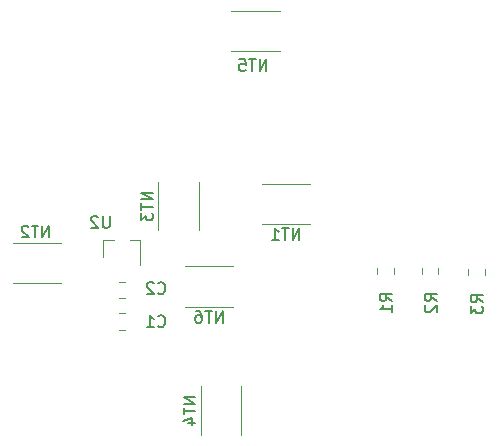
<source format=gbr>
G04 #@! TF.GenerationSoftware,KiCad,Pcbnew,5.0.2-bee76a0~70~ubuntu16.04.1*
G04 #@! TF.CreationDate,2019-02-13T18:04:47+01:00*
G04 #@! TF.ProjectId,NRF24_Shield_Uno,4e524632-345f-4536-9869-656c645f556e,rev?*
G04 #@! TF.SameCoordinates,Original*
G04 #@! TF.FileFunction,Legend,Bot*
G04 #@! TF.FilePolarity,Positive*
%FSLAX46Y46*%
G04 Gerber Fmt 4.6, Leading zero omitted, Abs format (unit mm)*
G04 Created by KiCad (PCBNEW 5.0.2-bee76a0~70~ubuntu16.04.1) date śro, 13 lut 2019, 18:04:47*
%MOMM*%
%LPD*%
G01*
G04 APERTURE LIST*
%ADD10C,0.120000*%
%ADD11C,0.150000*%
G04 APERTURE END LIST*
D10*
G04 #@! TO.C,NT6*
X152845936Y-103575000D02*
X156950064Y-103575000D01*
X152845936Y-100155000D02*
X156950064Y-100155000D01*
G04 #@! TO.C,NT5*
X160850064Y-78555000D02*
X156745936Y-78555000D01*
X160850064Y-81975000D02*
X156745936Y-81975000D01*
G04 #@! TO.C,NT4*
X157608000Y-110312936D02*
X157608000Y-114417064D01*
X154188000Y-110312936D02*
X154188000Y-114417064D01*
G04 #@! TO.C,NT3*
X150588000Y-93012936D02*
X150588000Y-97117064D01*
X154008000Y-93012936D02*
X154008000Y-97117064D01*
G04 #@! TO.C,NT2*
X138245936Y-101575000D02*
X142350064Y-101575000D01*
X138245936Y-98155000D02*
X142350064Y-98155000D01*
G04 #@! TO.C,NT1*
X159345936Y-96575000D02*
X163450064Y-96575000D01*
X159345936Y-93155000D02*
X163450064Y-93155000D01*
G04 #@! TO.C,C1*
X147276922Y-104155000D02*
X147794078Y-104155000D01*
X147276922Y-105575000D02*
X147794078Y-105575000D01*
G04 #@! TO.C,C2*
X147239422Y-102875000D02*
X147756578Y-102875000D01*
X147239422Y-101455000D02*
X147756578Y-101455000D01*
G04 #@! TO.C,U2*
X145918000Y-97905000D02*
X146848000Y-97905000D01*
X149078000Y-97905000D02*
X148148000Y-97905000D01*
X149078000Y-97905000D02*
X149078000Y-100065000D01*
X145918000Y-97905000D02*
X145918000Y-99365000D01*
G04 #@! TO.C,R2*
X174308000Y-100823578D02*
X174308000Y-100306422D01*
X172888000Y-100823578D02*
X172888000Y-100306422D01*
G04 #@! TO.C,R1*
X169088000Y-100823578D02*
X169088000Y-100306422D01*
X170508000Y-100823578D02*
X170508000Y-100306422D01*
G04 #@! TO.C,R3*
X178208000Y-100923578D02*
X178208000Y-100406422D01*
X176788000Y-100923578D02*
X176788000Y-100406422D01*
G04 #@! TO.C,NT6*
D11*
X156040857Y-104937380D02*
X156040857Y-103937380D01*
X155469428Y-104937380D01*
X155469428Y-103937380D01*
X155136095Y-103937380D02*
X154564666Y-103937380D01*
X154850380Y-104937380D02*
X154850380Y-103937380D01*
X153802761Y-103937380D02*
X153993238Y-103937380D01*
X154088476Y-103985000D01*
X154136095Y-104032619D01*
X154231333Y-104175476D01*
X154278952Y-104365952D01*
X154278952Y-104746904D01*
X154231333Y-104842142D01*
X154183714Y-104889761D01*
X154088476Y-104937380D01*
X153898000Y-104937380D01*
X153802761Y-104889761D01*
X153755142Y-104842142D01*
X153707523Y-104746904D01*
X153707523Y-104508809D01*
X153755142Y-104413571D01*
X153802761Y-104365952D01*
X153898000Y-104318333D01*
X154088476Y-104318333D01*
X154183714Y-104365952D01*
X154231333Y-104413571D01*
X154278952Y-104508809D01*
G04 #@! TO.C,NT5*
X159740857Y-83617380D02*
X159740857Y-82617380D01*
X159169428Y-83617380D01*
X159169428Y-82617380D01*
X158836095Y-82617380D02*
X158264666Y-82617380D01*
X158550380Y-83617380D02*
X158550380Y-82617380D01*
X157455142Y-82617380D02*
X157931333Y-82617380D01*
X157978952Y-83093571D01*
X157931333Y-83045952D01*
X157836095Y-82998333D01*
X157598000Y-82998333D01*
X157502761Y-83045952D01*
X157455142Y-83093571D01*
X157407523Y-83188809D01*
X157407523Y-83426904D01*
X157455142Y-83522142D01*
X157502761Y-83569761D01*
X157598000Y-83617380D01*
X157836095Y-83617380D01*
X157931333Y-83569761D01*
X157978952Y-83522142D01*
G04 #@! TO.C,NT4*
X153730380Y-111222142D02*
X152730380Y-111222142D01*
X153730380Y-111793571D01*
X152730380Y-111793571D01*
X152730380Y-112126904D02*
X152730380Y-112698333D01*
X153730380Y-112412619D02*
X152730380Y-112412619D01*
X153063714Y-113460238D02*
X153730380Y-113460238D01*
X152682761Y-113222142D02*
X153397047Y-112984047D01*
X153397047Y-113603095D01*
G04 #@! TO.C,NT3*
X150130380Y-93922142D02*
X149130380Y-93922142D01*
X150130380Y-94493571D01*
X149130380Y-94493571D01*
X149130380Y-94826904D02*
X149130380Y-95398333D01*
X150130380Y-95112619D02*
X149130380Y-95112619D01*
X149130380Y-95636428D02*
X149130380Y-96255476D01*
X149511333Y-95922142D01*
X149511333Y-96065000D01*
X149558952Y-96160238D01*
X149606571Y-96207857D01*
X149701809Y-96255476D01*
X149939904Y-96255476D01*
X150035142Y-96207857D01*
X150082761Y-96160238D01*
X150130380Y-96065000D01*
X150130380Y-95779285D01*
X150082761Y-95684047D01*
X150035142Y-95636428D01*
G04 #@! TO.C,NT2*
X141340857Y-97717380D02*
X141340857Y-96717380D01*
X140769428Y-97717380D01*
X140769428Y-96717380D01*
X140436095Y-96717380D02*
X139864666Y-96717380D01*
X140150380Y-97717380D02*
X140150380Y-96717380D01*
X139578952Y-96812619D02*
X139531333Y-96765000D01*
X139436095Y-96717380D01*
X139198000Y-96717380D01*
X139102761Y-96765000D01*
X139055142Y-96812619D01*
X139007523Y-96907857D01*
X139007523Y-97003095D01*
X139055142Y-97145952D01*
X139626571Y-97717380D01*
X139007523Y-97717380D01*
G04 #@! TO.C,NT1*
X162540857Y-97937380D02*
X162540857Y-96937380D01*
X161969428Y-97937380D01*
X161969428Y-96937380D01*
X161636095Y-96937380D02*
X161064666Y-96937380D01*
X161350380Y-97937380D02*
X161350380Y-96937380D01*
X160207523Y-97937380D02*
X160778952Y-97937380D01*
X160493238Y-97937380D02*
X160493238Y-96937380D01*
X160588476Y-97080238D01*
X160683714Y-97175476D01*
X160778952Y-97223095D01*
G04 #@! TO.C,C1*
X150564666Y-105222142D02*
X150612285Y-105269761D01*
X150755142Y-105317380D01*
X150850380Y-105317380D01*
X150993238Y-105269761D01*
X151088476Y-105174523D01*
X151136095Y-105079285D01*
X151183714Y-104888809D01*
X151183714Y-104745952D01*
X151136095Y-104555476D01*
X151088476Y-104460238D01*
X150993238Y-104365000D01*
X150850380Y-104317380D01*
X150755142Y-104317380D01*
X150612285Y-104365000D01*
X150564666Y-104412619D01*
X149612285Y-105317380D02*
X150183714Y-105317380D01*
X149898000Y-105317380D02*
X149898000Y-104317380D01*
X149993238Y-104460238D01*
X150088476Y-104555476D01*
X150183714Y-104603095D01*
G04 #@! TO.C,C2*
X150564666Y-102422142D02*
X150612285Y-102469761D01*
X150755142Y-102517380D01*
X150850380Y-102517380D01*
X150993238Y-102469761D01*
X151088476Y-102374523D01*
X151136095Y-102279285D01*
X151183714Y-102088809D01*
X151183714Y-101945952D01*
X151136095Y-101755476D01*
X151088476Y-101660238D01*
X150993238Y-101565000D01*
X150850380Y-101517380D01*
X150755142Y-101517380D01*
X150612285Y-101565000D01*
X150564666Y-101612619D01*
X150183714Y-101612619D02*
X150136095Y-101565000D01*
X150040857Y-101517380D01*
X149802761Y-101517380D01*
X149707523Y-101565000D01*
X149659904Y-101612619D01*
X149612285Y-101707857D01*
X149612285Y-101803095D01*
X149659904Y-101945952D01*
X150231333Y-102517380D01*
X149612285Y-102517380D01*
G04 #@! TO.C,U2*
X146459904Y-95917380D02*
X146459904Y-96726904D01*
X146412285Y-96822142D01*
X146364666Y-96869761D01*
X146269428Y-96917380D01*
X146078952Y-96917380D01*
X145983714Y-96869761D01*
X145936095Y-96822142D01*
X145888476Y-96726904D01*
X145888476Y-95917380D01*
X145459904Y-96012619D02*
X145412285Y-95965000D01*
X145317047Y-95917380D01*
X145078952Y-95917380D01*
X144983714Y-95965000D01*
X144936095Y-96012619D01*
X144888476Y-96107857D01*
X144888476Y-96203095D01*
X144936095Y-96345952D01*
X145507523Y-96917380D01*
X144888476Y-96917380D01*
G04 #@! TO.C,R2*
X174150380Y-103098333D02*
X173674190Y-102765000D01*
X174150380Y-102526904D02*
X173150380Y-102526904D01*
X173150380Y-102907857D01*
X173198000Y-103003095D01*
X173245619Y-103050714D01*
X173340857Y-103098333D01*
X173483714Y-103098333D01*
X173578952Y-103050714D01*
X173626571Y-103003095D01*
X173674190Y-102907857D01*
X173674190Y-102526904D01*
X173245619Y-103479285D02*
X173198000Y-103526904D01*
X173150380Y-103622142D01*
X173150380Y-103860238D01*
X173198000Y-103955476D01*
X173245619Y-104003095D01*
X173340857Y-104050714D01*
X173436095Y-104050714D01*
X173578952Y-104003095D01*
X174150380Y-103431666D01*
X174150380Y-104050714D01*
G04 #@! TO.C,R1*
X170350380Y-103098333D02*
X169874190Y-102765000D01*
X170350380Y-102526904D02*
X169350380Y-102526904D01*
X169350380Y-102907857D01*
X169398000Y-103003095D01*
X169445619Y-103050714D01*
X169540857Y-103098333D01*
X169683714Y-103098333D01*
X169778952Y-103050714D01*
X169826571Y-103003095D01*
X169874190Y-102907857D01*
X169874190Y-102526904D01*
X170350380Y-104050714D02*
X170350380Y-103479285D01*
X170350380Y-103765000D02*
X169350380Y-103765000D01*
X169493238Y-103669761D01*
X169588476Y-103574523D01*
X169636095Y-103479285D01*
G04 #@! TO.C,R3*
X178050380Y-103198333D02*
X177574190Y-102865000D01*
X178050380Y-102626904D02*
X177050380Y-102626904D01*
X177050380Y-103007857D01*
X177098000Y-103103095D01*
X177145619Y-103150714D01*
X177240857Y-103198333D01*
X177383714Y-103198333D01*
X177478952Y-103150714D01*
X177526571Y-103103095D01*
X177574190Y-103007857D01*
X177574190Y-102626904D01*
X177050380Y-103531666D02*
X177050380Y-104150714D01*
X177431333Y-103817380D01*
X177431333Y-103960238D01*
X177478952Y-104055476D01*
X177526571Y-104103095D01*
X177621809Y-104150714D01*
X177859904Y-104150714D01*
X177955142Y-104103095D01*
X178002761Y-104055476D01*
X178050380Y-103960238D01*
X178050380Y-103674523D01*
X178002761Y-103579285D01*
X177955142Y-103531666D01*
G04 #@! TD*
M02*

</source>
